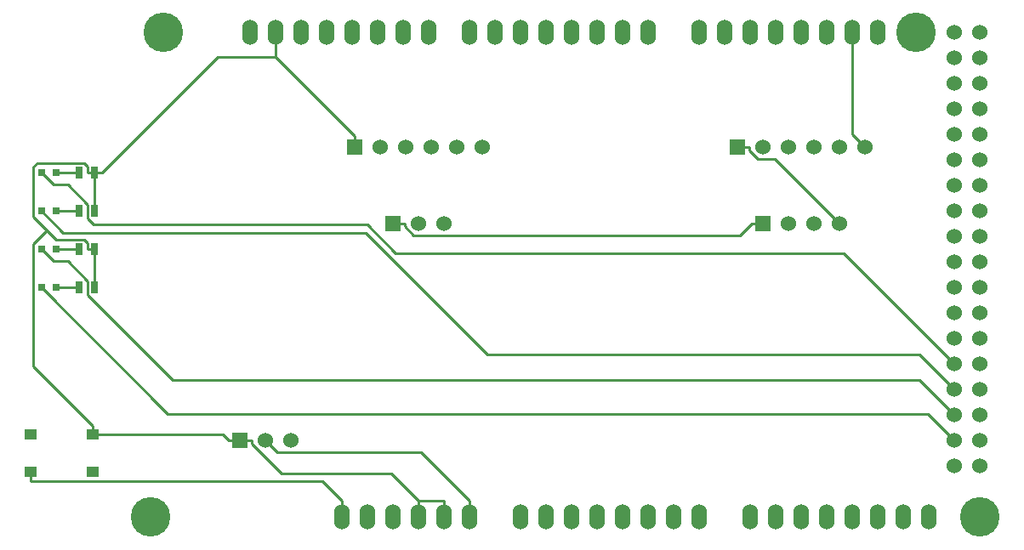
<source format=gtl>
G04 (created by PCBNEW (2013-07-07 BZR 4022)-stable) date 15/2/14 1:46:04 AM*
%MOIN*%
G04 Gerber Fmt 3.4, Leading zero omitted, Abs format*
%FSLAX34Y34*%
G01*
G70*
G90*
G04 APERTURE LIST*
%ADD10C,0.00590551*%
%ADD11R,0.025X0.045*%
%ADD12R,0.06X0.06*%
%ADD13C,0.06*%
%ADD14R,0.0472X0.0394*%
%ADD15R,0.0314X0.0314*%
%ADD16O,0.06X0.1*%
%ADD17C,0.155*%
%ADD18C,0.01*%
G04 APERTURE END LIST*
G54D10*
G54D11*
X52300Y-46000D03*
X51700Y-46000D03*
X52300Y-47500D03*
X51700Y-47500D03*
X52300Y-49000D03*
X51700Y-49000D03*
X52300Y-50500D03*
X51700Y-50500D03*
G54D12*
X78500Y-48000D03*
G54D13*
X79500Y-48000D03*
X80500Y-48000D03*
X81500Y-48000D03*
G54D12*
X58000Y-56500D03*
G54D13*
X59000Y-56500D03*
X60000Y-56500D03*
G54D12*
X64000Y-48000D03*
G54D13*
X65000Y-48000D03*
X66000Y-48000D03*
G54D12*
X62500Y-45000D03*
G54D13*
X63500Y-45000D03*
X64500Y-45000D03*
X65500Y-45000D03*
X66500Y-45000D03*
X67500Y-45000D03*
G54D12*
X77500Y-45000D03*
G54D13*
X78500Y-45000D03*
X79500Y-45000D03*
X80500Y-45000D03*
X81500Y-45000D03*
X82500Y-45000D03*
G54D14*
X49780Y-56272D03*
X49780Y-57728D03*
X52220Y-56272D03*
X52220Y-57728D03*
G54D15*
X50205Y-46000D03*
X50795Y-46000D03*
X50205Y-47500D03*
X50795Y-47500D03*
X50205Y-49000D03*
X50795Y-49000D03*
X50205Y-50500D03*
X50795Y-50500D03*
G54D16*
X76000Y-40500D03*
X77000Y-40500D03*
X78000Y-40500D03*
X79000Y-40500D03*
X80000Y-40500D03*
X81000Y-40500D03*
X82000Y-40500D03*
X83000Y-40500D03*
X85000Y-59500D03*
X84000Y-59500D03*
X83000Y-59500D03*
X82000Y-59500D03*
X78000Y-59500D03*
X76000Y-59500D03*
X75000Y-59500D03*
X79000Y-59500D03*
X80000Y-59500D03*
X81000Y-59500D03*
X74000Y-59500D03*
X73000Y-59500D03*
X72000Y-59500D03*
X69000Y-59500D03*
X70000Y-59500D03*
X71000Y-59500D03*
X67000Y-59500D03*
X66000Y-59500D03*
X65000Y-59500D03*
X63000Y-59500D03*
X62000Y-59500D03*
X74000Y-40500D03*
X73000Y-40500D03*
X72000Y-40500D03*
X71000Y-40500D03*
X70000Y-40500D03*
X69000Y-40500D03*
X68000Y-40500D03*
X67000Y-40500D03*
X65400Y-40500D03*
X64400Y-40500D03*
X63400Y-40500D03*
X62400Y-40500D03*
X61400Y-40500D03*
X60400Y-40500D03*
X59400Y-40500D03*
X58400Y-40500D03*
X64000Y-59500D03*
G54D17*
X87000Y-59500D03*
X84500Y-40500D03*
X55000Y-40500D03*
X54500Y-59500D03*
G54D13*
X86000Y-41500D03*
X87000Y-41500D03*
X86000Y-42500D03*
X87000Y-42500D03*
X86000Y-43500D03*
X87000Y-43500D03*
X86000Y-44500D03*
X87000Y-44500D03*
X86000Y-40500D03*
X87000Y-40500D03*
X87000Y-45500D03*
X86000Y-45500D03*
X86000Y-46500D03*
X87000Y-46500D03*
X86000Y-47500D03*
X87000Y-47500D03*
X86000Y-48500D03*
X87000Y-48500D03*
X86000Y-49500D03*
X87000Y-49500D03*
X86000Y-50500D03*
X87000Y-50500D03*
X86000Y-51500D03*
X87000Y-51500D03*
X86000Y-52500D03*
X87000Y-52500D03*
X86000Y-53500D03*
X87000Y-53500D03*
X86000Y-54500D03*
X87000Y-54500D03*
X86000Y-55500D03*
X87000Y-55500D03*
X86000Y-56500D03*
X87000Y-56500D03*
X86000Y-57500D03*
X87000Y-57500D03*
G54D18*
X78950Y-45450D02*
X81500Y-48000D01*
X78287Y-45450D02*
X78950Y-45450D01*
X77950Y-45112D02*
X78287Y-45450D01*
X77950Y-45000D02*
X77950Y-45112D01*
X77500Y-45000D02*
X77950Y-45000D01*
X50672Y-46467D02*
X50205Y-46000D01*
X51242Y-46467D02*
X50672Y-46467D01*
X52024Y-47249D02*
X51242Y-46467D01*
X52024Y-47789D02*
X52024Y-47249D01*
X52263Y-48028D02*
X52024Y-47789D01*
X62986Y-48028D02*
X52263Y-48028D01*
X64101Y-49143D02*
X62986Y-48028D01*
X81643Y-49143D02*
X64101Y-49143D01*
X86000Y-53500D02*
X81643Y-49143D01*
X51054Y-48349D02*
X50205Y-47500D01*
X62907Y-48349D02*
X51054Y-48349D01*
X67690Y-53132D02*
X62907Y-48349D01*
X84632Y-53132D02*
X67690Y-53132D01*
X86000Y-54500D02*
X84632Y-53132D01*
X84632Y-54132D02*
X86000Y-55500D01*
X55368Y-54132D02*
X84632Y-54132D01*
X52024Y-50788D02*
X55368Y-54132D01*
X52024Y-50249D02*
X52024Y-50788D01*
X51242Y-49467D02*
X52024Y-50249D01*
X50672Y-49467D02*
X51242Y-49467D01*
X50205Y-49000D02*
X50672Y-49467D01*
X84965Y-55465D02*
X86000Y-56500D01*
X55170Y-55465D02*
X84965Y-55465D01*
X50205Y-50500D02*
X55170Y-55465D01*
X65000Y-58849D02*
X66000Y-58849D01*
X66000Y-59500D02*
X66000Y-58849D01*
X65000Y-59500D02*
X65000Y-58899D01*
X65000Y-58899D02*
X65000Y-58849D01*
X58000Y-56500D02*
X58450Y-56500D01*
X63927Y-57777D02*
X65000Y-58849D01*
X59615Y-57777D02*
X63927Y-57777D01*
X58450Y-56612D02*
X59615Y-57777D01*
X58450Y-56500D02*
X58450Y-56612D01*
X57321Y-56272D02*
X57549Y-56500D01*
X52220Y-56272D02*
X57321Y-56272D01*
X58000Y-56500D02*
X57549Y-56500D01*
X52300Y-47500D02*
X52300Y-46000D01*
X77599Y-48450D02*
X78049Y-48000D01*
X64804Y-48450D02*
X77599Y-48450D01*
X64450Y-48095D02*
X64804Y-48450D01*
X64450Y-48000D02*
X64450Y-48095D01*
X64000Y-48000D02*
X64450Y-48000D01*
X78500Y-48000D02*
X78049Y-48000D01*
X52300Y-46000D02*
X52575Y-46000D01*
X52300Y-50500D02*
X52300Y-49000D01*
X52300Y-49000D02*
X52024Y-49000D01*
X52300Y-46000D02*
X52024Y-46000D01*
X59400Y-40500D02*
X59400Y-41100D01*
X62500Y-45000D02*
X62500Y-44549D01*
X57125Y-41449D02*
X52575Y-46000D01*
X59400Y-41449D02*
X57125Y-41449D01*
X59400Y-41100D02*
X59400Y-41449D01*
X59400Y-41449D02*
X62500Y-44549D01*
X52220Y-56272D02*
X52220Y-55924D01*
X49897Y-53602D02*
X52220Y-55924D01*
X49897Y-48775D02*
X49897Y-53602D01*
X50416Y-48256D02*
X49897Y-48775D01*
X50785Y-48624D02*
X50416Y-48256D01*
X51890Y-48624D02*
X50785Y-48624D01*
X52024Y-48759D02*
X51890Y-48624D01*
X52024Y-49000D02*
X52024Y-48759D01*
X52024Y-45759D02*
X52024Y-46000D01*
X51877Y-45612D02*
X52024Y-45759D01*
X50044Y-45612D02*
X51877Y-45612D01*
X49888Y-45767D02*
X50044Y-45612D01*
X49888Y-47728D02*
X49888Y-45767D01*
X50416Y-48256D02*
X49888Y-47728D01*
X50795Y-47500D02*
X51700Y-47500D01*
X50795Y-49000D02*
X51700Y-49000D01*
X50795Y-50500D02*
X51700Y-50500D01*
X61225Y-58075D02*
X49780Y-58075D01*
X62000Y-58849D02*
X61225Y-58075D01*
X62000Y-59500D02*
X62000Y-58849D01*
X49780Y-57727D02*
X49780Y-58075D01*
X50795Y-46000D02*
X51700Y-46000D01*
X82000Y-44500D02*
X82500Y-45000D01*
X82000Y-40500D02*
X82000Y-44500D01*
X59450Y-56950D02*
X59000Y-56500D01*
X65100Y-56950D02*
X59450Y-56950D01*
X67000Y-58849D02*
X65100Y-56950D01*
X67000Y-59500D02*
X67000Y-58849D01*
M02*

</source>
